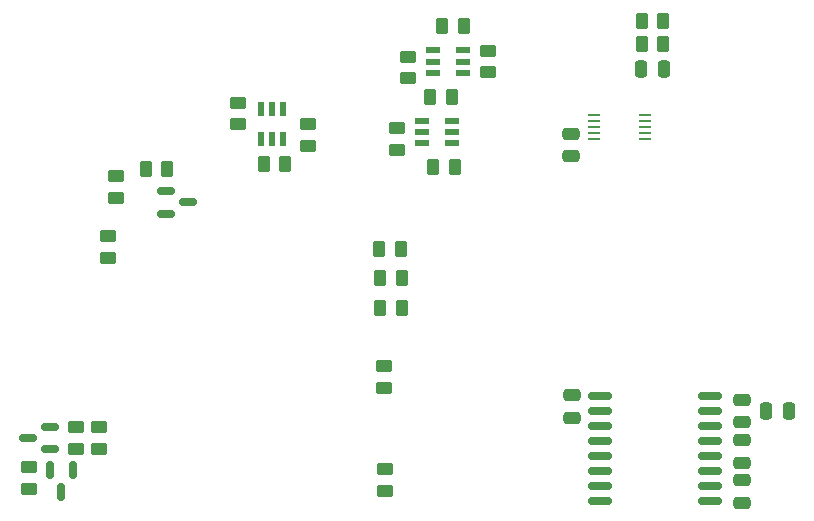
<source format=gbr>
%TF.GenerationSoftware,KiCad,Pcbnew,9.0.4*%
%TF.CreationDate,2025-11-20T14:20:26-08:00*%
%TF.ProjectId,camera_controller,63616d65-7261-45f6-936f-6e74726f6c6c,1.0*%
%TF.SameCoordinates,Original*%
%TF.FileFunction,Paste,Bot*%
%TF.FilePolarity,Positive*%
%FSLAX46Y46*%
G04 Gerber Fmt 4.6, Leading zero omitted, Abs format (unit mm)*
G04 Created by KiCad (PCBNEW 9.0.4) date 2025-11-20 14:20:26*
%MOMM*%
%LPD*%
G01*
G04 APERTURE LIST*
G04 Aperture macros list*
%AMRoundRect*
0 Rectangle with rounded corners*
0 $1 Rounding radius*
0 $2 $3 $4 $5 $6 $7 $8 $9 X,Y pos of 4 corners*
0 Add a 4 corners polygon primitive as box body*
4,1,4,$2,$3,$4,$5,$6,$7,$8,$9,$2,$3,0*
0 Add four circle primitives for the rounded corners*
1,1,$1+$1,$2,$3*
1,1,$1+$1,$4,$5*
1,1,$1+$1,$6,$7*
1,1,$1+$1,$8,$9*
0 Add four rect primitives between the rounded corners*
20,1,$1+$1,$2,$3,$4,$5,0*
20,1,$1+$1,$4,$5,$6,$7,0*
20,1,$1+$1,$6,$7,$8,$9,0*
20,1,$1+$1,$8,$9,$2,$3,0*%
G04 Aperture macros list end*
%ADD10RoundRect,0.150000X-0.150000X0.587500X-0.150000X-0.587500X0.150000X-0.587500X0.150000X0.587500X0*%
%ADD11RoundRect,0.250000X-0.450000X0.262500X-0.450000X-0.262500X0.450000X-0.262500X0.450000X0.262500X0*%
%ADD12RoundRect,0.250000X-0.262500X-0.450000X0.262500X-0.450000X0.262500X0.450000X-0.262500X0.450000X0*%
%ADD13RoundRect,0.250000X0.262500X0.450000X-0.262500X0.450000X-0.262500X-0.450000X0.262500X-0.450000X0*%
%ADD14RoundRect,0.150000X0.587500X0.150000X-0.587500X0.150000X-0.587500X-0.150000X0.587500X-0.150000X0*%
%ADD15RoundRect,0.250000X0.250000X0.475000X-0.250000X0.475000X-0.250000X-0.475000X0.250000X-0.475000X0*%
%ADD16R,1.150000X0.600000*%
%ADD17R,0.600000X1.150000*%
%ADD18RoundRect,0.250000X0.450000X-0.262500X0.450000X0.262500X-0.450000X0.262500X-0.450000X-0.262500X0*%
%ADD19RoundRect,0.250000X-0.475000X0.250000X-0.475000X-0.250000X0.475000X-0.250000X0.475000X0.250000X0*%
%ADD20RoundRect,0.250000X0.475000X-0.250000X0.475000X0.250000X-0.475000X0.250000X-0.475000X-0.250000X0*%
%ADD21RoundRect,0.150000X0.875000X0.150000X-0.875000X0.150000X-0.875000X-0.150000X0.875000X-0.150000X0*%
%ADD22R,1.100000X0.250000*%
%ADD23RoundRect,0.150000X-0.587500X-0.150000X0.587500X-0.150000X0.587500X0.150000X-0.587500X0.150000X0*%
G04 APERTURE END LIST*
D10*
%TO.C,D1*%
X30700000Y-66390000D03*
X32600000Y-66390000D03*
X31650000Y-68265000D03*
%TD*%
D11*
%TO.C,R7*%
X59050000Y-66337500D03*
X59050000Y-68162500D03*
%TD*%
D12*
%TO.C,R13*%
X63137500Y-40750000D03*
X64962500Y-40750000D03*
%TD*%
D13*
%TO.C,R10*%
X65712500Y-28800000D03*
X63887500Y-28800000D03*
%TD*%
D14*
%TO.C,Q2*%
X30712500Y-62727500D03*
X30712500Y-64627500D03*
X28837500Y-63677500D03*
%TD*%
D15*
%TO.C,C19*%
X93250000Y-61400000D03*
X91350000Y-61400000D03*
%TD*%
%TO.C,C12*%
X82650000Y-32450000D03*
X80750000Y-32450000D03*
%TD*%
D13*
%TO.C,R23*%
X82612500Y-28350000D03*
X80787500Y-28350000D03*
%TD*%
D16*
%TO.C,Q5*%
X64750000Y-36800000D03*
X64750000Y-37750000D03*
X64750000Y-38700000D03*
X62150000Y-38700000D03*
X62150000Y-37750000D03*
X62150000Y-36800000D03*
%TD*%
D17*
%TO.C,Q3*%
X48550000Y-35800000D03*
X49500000Y-35800000D03*
X50450000Y-35800000D03*
X50450000Y-38400000D03*
X49500000Y-38400000D03*
X48550000Y-38400000D03*
%TD*%
D11*
%TO.C,R11*%
X67750000Y-30887500D03*
X67750000Y-32712500D03*
%TD*%
D18*
%TO.C,R14*%
X60100000Y-39262500D03*
X60100000Y-37437500D03*
%TD*%
D13*
%TO.C,R24*%
X82612500Y-30350000D03*
X80787500Y-30350000D03*
%TD*%
D12*
%TO.C,R29*%
X58662500Y-52675000D03*
X60487500Y-52675000D03*
%TD*%
D19*
%TO.C,C15*%
X89300000Y-60450000D03*
X89300000Y-62350000D03*
%TD*%
D13*
%TO.C,R33*%
X50612500Y-40500000D03*
X48787500Y-40500000D03*
%TD*%
D18*
%TO.C,R31*%
X35625000Y-48433731D03*
X35625000Y-46608731D03*
%TD*%
D16*
%TO.C,Q4*%
X65700000Y-30850000D03*
X65700000Y-31800000D03*
X65700000Y-32750000D03*
X63100000Y-32750000D03*
X63100000Y-31800000D03*
X63100000Y-30850000D03*
%TD*%
D12*
%TO.C,R22*%
X58637500Y-50150000D03*
X60462500Y-50150000D03*
%TD*%
D11*
%TO.C,R6*%
X52500000Y-37087500D03*
X52500000Y-38912500D03*
%TD*%
D19*
%TO.C,C21*%
X74900000Y-60050000D03*
X74900000Y-61950000D03*
%TD*%
D11*
%TO.C,R32*%
X36300000Y-41508731D03*
X36300000Y-43333731D03*
%TD*%
D20*
%TO.C,C14*%
X89300000Y-69150000D03*
X89300000Y-67250000D03*
%TD*%
D11*
%TO.C,R8*%
X59000000Y-57587500D03*
X59000000Y-59412500D03*
%TD*%
%TO.C,R4*%
X32875000Y-62765000D03*
X32875000Y-64590000D03*
%TD*%
D18*
%TO.C,R1*%
X28875000Y-67990000D03*
X28875000Y-66165000D03*
%TD*%
D13*
%TO.C,R2*%
X40637500Y-40921231D03*
X38812500Y-40921231D03*
%TD*%
D19*
%TO.C,C10*%
X74800000Y-37900000D03*
X74800000Y-39800000D03*
%TD*%
D21*
%TO.C,U8*%
X86550000Y-60155000D03*
X86550000Y-61425000D03*
X86550000Y-62695000D03*
X86550000Y-63965000D03*
X86550000Y-65235000D03*
X86550000Y-66505000D03*
X86550000Y-67775000D03*
X86550000Y-69045000D03*
X77250000Y-69045000D03*
X77250000Y-67775000D03*
X77250000Y-66505000D03*
X77250000Y-65235000D03*
X77250000Y-63965000D03*
X77250000Y-62695000D03*
X77250000Y-61425000D03*
X77250000Y-60155000D03*
%TD*%
D11*
%TO.C,R5*%
X46600000Y-35287500D03*
X46600000Y-37112500D03*
%TD*%
D13*
%TO.C,R12*%
X64712500Y-34800000D03*
X62887500Y-34800000D03*
%TD*%
D18*
%TO.C,R3*%
X34875000Y-64590000D03*
X34875000Y-62765000D03*
%TD*%
D19*
%TO.C,C18*%
X89300000Y-63850000D03*
X89300000Y-65750000D03*
%TD*%
D13*
%TO.C,R30*%
X60400000Y-47675000D03*
X58575000Y-47675000D03*
%TD*%
D22*
%TO.C,U5*%
X81050000Y-36350000D03*
X81050000Y-36850000D03*
X81050000Y-37350000D03*
X81050000Y-37850000D03*
X81050000Y-38350000D03*
X76750000Y-38350000D03*
X76750000Y-37850000D03*
X76750000Y-37350000D03*
X76750000Y-36850000D03*
X76750000Y-36350000D03*
%TD*%
D23*
%TO.C,D2*%
X40483731Y-44671231D03*
X40483731Y-42771231D03*
X42358731Y-43721231D03*
%TD*%
D18*
%TO.C,R9*%
X61000000Y-33212500D03*
X61000000Y-31387500D03*
%TD*%
M02*

</source>
